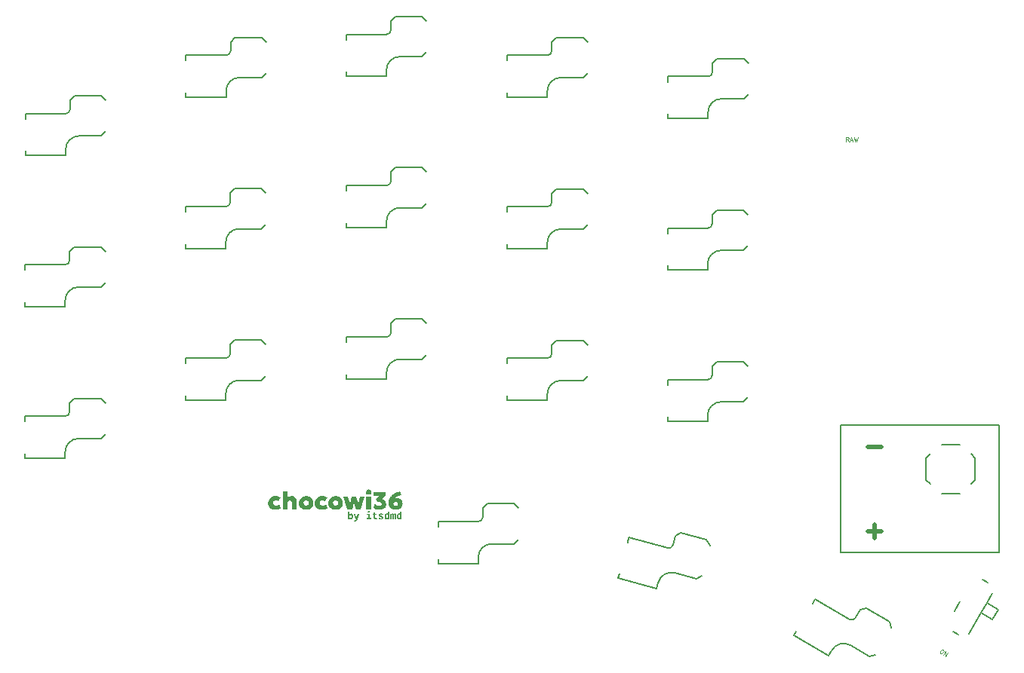
<source format=gbr>
%TF.GenerationSoftware,KiCad,Pcbnew,8.0.6*%
%TF.CreationDate,2024-11-17T23:19:46+07:00*%
%TF.ProjectId,chocowi36-rounded,63686f63-6f77-4693-9336-2d726f756e64,rev?*%
%TF.SameCoordinates,Original*%
%TF.FileFunction,Legend,Top*%
%TF.FilePolarity,Positive*%
%FSLAX46Y46*%
G04 Gerber Fmt 4.6, Leading zero omitted, Abs format (unit mm)*
G04 Created by KiCad (PCBNEW 8.0.6) date 2024-11-17 23:19:46*
%MOMM*%
%LPD*%
G01*
G04 APERTURE LIST*
%ADD10C,0.125000*%
%ADD11C,0.150000*%
%ADD12C,0.500000*%
%ADD13C,0.200000*%
%ADD14C,0.127000*%
G04 APERTURE END LIST*
D10*
X181794390Y-119559938D02*
X181876869Y-119607557D01*
X181876869Y-119607557D02*
X181906203Y-119651987D01*
X181906203Y-119651987D02*
X181923633Y-119717035D01*
X181923633Y-119717035D02*
X181896634Y-119811419D01*
X181896634Y-119811419D02*
X181813300Y-119955756D01*
X181813300Y-119955756D02*
X181745062Y-120026330D01*
X181745062Y-120026330D02*
X181680013Y-120043760D01*
X181680013Y-120043760D02*
X181626869Y-120040570D01*
X181626869Y-120040570D02*
X181544390Y-119992951D01*
X181544390Y-119992951D02*
X181515056Y-119948522D01*
X181515056Y-119948522D02*
X181497626Y-119883473D01*
X181497626Y-119883473D02*
X181524625Y-119789090D01*
X181524625Y-119789090D02*
X181607958Y-119644752D01*
X181607958Y-119644752D02*
X181676197Y-119574178D01*
X181676197Y-119574178D02*
X181741246Y-119556749D01*
X181741246Y-119556749D02*
X181794390Y-119559938D01*
X181915544Y-120207237D02*
X182165544Y-119774224D01*
X182165544Y-119774224D02*
X182162980Y-120350094D01*
X182162980Y-120350094D02*
X182412980Y-119917082D01*
G36*
X115264704Y-104380988D02*
G01*
X115292080Y-104350336D01*
X115323945Y-104325743D01*
X115333873Y-104319829D01*
X115370557Y-104304202D01*
X115409485Y-104297325D01*
X115421019Y-104296968D01*
X115462943Y-104300087D01*
X115506141Y-104311609D01*
X115543186Y-104331620D01*
X115574080Y-104360121D01*
X115592380Y-104385677D01*
X115610641Y-104421141D01*
X115625124Y-104461002D01*
X115635829Y-104505258D01*
X115641863Y-104545497D01*
X115645274Y-104588789D01*
X115646113Y-104625621D01*
X115644776Y-104666442D01*
X115639974Y-104710689D01*
X115631679Y-104752372D01*
X115619891Y-104791491D01*
X115618172Y-104796200D01*
X115600447Y-104835871D01*
X115578488Y-104870472D01*
X115552293Y-104900003D01*
X115535911Y-104914219D01*
X115499416Y-104936784D01*
X115462426Y-104949948D01*
X115421511Y-104956341D01*
X115402066Y-104957010D01*
X115362047Y-104953401D01*
X115321097Y-104940438D01*
X115285251Y-104918047D01*
X115254510Y-104886228D01*
X115251026Y-104881588D01*
X115244187Y-104937275D01*
X115083378Y-104937275D01*
X115083378Y-104505258D01*
X115264704Y-104505258D01*
X115264704Y-104765719D01*
X115290370Y-104797329D01*
X115303197Y-104807729D01*
X115339979Y-104821284D01*
X115354390Y-104822188D01*
X115392767Y-104813511D01*
X115423440Y-104787481D01*
X115430789Y-104776856D01*
X115446808Y-104738695D01*
X115454969Y-104697065D01*
X115458486Y-104652198D01*
X115458926Y-104626989D01*
X115457983Y-104586326D01*
X115454270Y-104544099D01*
X115447007Y-104507408D01*
X115431793Y-104469636D01*
X115413790Y-104448399D01*
X115377483Y-104432828D01*
X115363573Y-104431790D01*
X115324617Y-104441118D01*
X115308863Y-104451525D01*
X115281701Y-104479989D01*
X115264704Y-104505258D01*
X115083378Y-104505258D01*
X115083378Y-104072069D01*
X115264704Y-104052921D01*
X115264704Y-104380988D01*
G37*
G36*
X116348556Y-104319243D02*
G01*
X116145150Y-104941965D01*
X116131570Y-104979171D01*
X116112629Y-105020002D01*
X116090803Y-105056670D01*
X116066092Y-105089176D01*
X116038495Y-105117519D01*
X116023615Y-105130129D01*
X115991167Y-105152042D01*
X115954638Y-105169422D01*
X115914029Y-105182268D01*
X115869339Y-105190579D01*
X115828981Y-105194043D01*
X115803406Y-105194609D01*
X115782694Y-105069166D01*
X115821433Y-105063027D01*
X115860070Y-105053449D01*
X115880000Y-105046305D01*
X115915365Y-105027079D01*
X115939791Y-105005077D01*
X115963435Y-104971452D01*
X115979261Y-104939229D01*
X115917125Y-104939229D01*
X115723685Y-104319243D01*
X115915367Y-104319243D01*
X116033776Y-104821797D01*
X116162345Y-104319243D01*
X116348556Y-104319243D01*
G37*
G36*
X117412087Y-103994107D02*
G01*
X117452456Y-104000805D01*
X117487187Y-104022713D01*
X117489072Y-104024588D01*
X117511494Y-104058587D01*
X117518938Y-104097204D01*
X117518968Y-104100011D01*
X117512399Y-104139289D01*
X117490912Y-104174087D01*
X117489072Y-104176019D01*
X117454878Y-104199027D01*
X117415013Y-104206666D01*
X117412087Y-104206696D01*
X117371212Y-104199955D01*
X117336034Y-104177906D01*
X117334125Y-104176019D01*
X117311557Y-104141678D01*
X117304063Y-104102830D01*
X117304034Y-104100011D01*
X117310646Y-104060959D01*
X117332273Y-104026496D01*
X117334125Y-104024588D01*
X117368758Y-104001727D01*
X117409124Y-103994137D01*
X117412087Y-103994107D01*
G37*
G36*
X117521703Y-104319243D02*
G01*
X117521703Y-104806947D01*
X117676846Y-104806947D01*
X117676846Y-104932000D01*
X117167453Y-104932000D01*
X117167453Y-104806947D01*
X117340182Y-104806947D01*
X117340182Y-104444295D01*
X117173120Y-104444295D01*
X117173120Y-104319243D01*
X117521703Y-104319243D01*
G37*
G36*
X118386714Y-104899564D02*
G01*
X118352584Y-104919172D01*
X118315802Y-104934835D01*
X118300349Y-104940206D01*
X118260755Y-104950446D01*
X118221321Y-104955681D01*
X118186825Y-104957010D01*
X118144146Y-104954826D01*
X118099823Y-104946755D01*
X118061391Y-104932738D01*
X118024682Y-104909438D01*
X118009212Y-104894875D01*
X117983908Y-104860937D01*
X117965834Y-104821455D01*
X117955950Y-104782360D01*
X117951601Y-104739021D01*
X117951375Y-104725859D01*
X117951375Y-104444295D01*
X117823197Y-104444295D01*
X117823197Y-104319243D01*
X117951375Y-104319243D01*
X117951375Y-104185593D01*
X118132701Y-104163318D01*
X118132701Y-104319243D01*
X118329268Y-104319243D01*
X118311487Y-104444295D01*
X118132701Y-104444295D01*
X118132701Y-104722146D01*
X118137879Y-104761225D01*
X118153413Y-104787408D01*
X118188920Y-104804199D01*
X118219456Y-104806947D01*
X118259331Y-104803665D01*
X118278270Y-104799327D01*
X118315346Y-104785185D01*
X118326337Y-104779397D01*
X118386714Y-104899564D01*
G37*
G36*
X118770859Y-104822188D02*
G01*
X118811794Y-104818573D01*
X118843936Y-104807729D01*
X118870131Y-104777724D01*
X118871878Y-104764156D01*
X118860936Y-104731134D01*
X118828143Y-104709357D01*
X118818926Y-104705538D01*
X118780531Y-104692202D01*
X118741861Y-104680597D01*
X118727090Y-104676424D01*
X118687132Y-104663943D01*
X118646851Y-104646924D01*
X118611515Y-104626752D01*
X118590705Y-104611553D01*
X118562987Y-104581198D01*
X118545536Y-104543134D01*
X118538606Y-104502286D01*
X118538144Y-104487282D01*
X118542394Y-104447837D01*
X118557335Y-104407723D01*
X118583033Y-104372123D01*
X118606141Y-104350897D01*
X118644011Y-104327303D01*
X118683338Y-104312188D01*
X118721646Y-104303341D01*
X118764200Y-104298285D01*
X118802903Y-104296968D01*
X118842422Y-104298348D01*
X118883727Y-104303200D01*
X118925706Y-104312687D01*
X118945150Y-104319048D01*
X118981405Y-104334011D01*
X119017583Y-104353160D01*
X119049882Y-104375126D01*
X118977586Y-104484351D01*
X118943296Y-104465192D01*
X118906762Y-104449773D01*
X118895911Y-104446054D01*
X118857673Y-104436303D01*
X118816454Y-104431916D01*
X118808179Y-104431790D01*
X118765958Y-104435546D01*
X118729367Y-104454232D01*
X118720838Y-104479271D01*
X118731975Y-104506235D01*
X118766768Y-104526517D01*
X118774180Y-104529487D01*
X118812429Y-104542774D01*
X118850540Y-104554534D01*
X118865039Y-104558796D01*
X118903918Y-104570973D01*
X118942171Y-104585677D01*
X118968012Y-104597680D01*
X119002665Y-104619708D01*
X119031327Y-104649702D01*
X119036009Y-104656494D01*
X119052572Y-104693161D01*
X119059386Y-104731794D01*
X119060238Y-104753605D01*
X119056364Y-104793496D01*
X119043155Y-104832484D01*
X119020573Y-104866347D01*
X118990343Y-104894922D01*
X118957493Y-104916171D01*
X118919528Y-104932917D01*
X118915451Y-104934344D01*
X118877642Y-104945301D01*
X118837855Y-104952672D01*
X118796089Y-104956457D01*
X118772031Y-104957010D01*
X118729069Y-104955398D01*
X118688695Y-104950562D01*
X118646370Y-104941268D01*
X118615716Y-104931218D01*
X118579169Y-104915317D01*
X118542296Y-104894640D01*
X118509354Y-104870796D01*
X118500238Y-104863025D01*
X118591682Y-104757903D01*
X118624594Y-104780252D01*
X118661096Y-104799086D01*
X118672185Y-104803821D01*
X118710244Y-104815713D01*
X118751077Y-104821542D01*
X118770859Y-104822188D01*
G37*
G36*
X119743141Y-104072069D02*
G01*
X119743141Y-104937471D01*
X119582331Y-104937471D01*
X119573148Y-104869473D01*
X119545685Y-104900946D01*
X119513467Y-104926293D01*
X119505737Y-104931218D01*
X119468828Y-104947917D01*
X119429549Y-104955776D01*
X119404327Y-104957010D01*
X119363738Y-104953733D01*
X119323461Y-104942407D01*
X119288259Y-104922989D01*
X119278688Y-104915586D01*
X119250131Y-104886472D01*
X119226497Y-104850908D01*
X119209435Y-104813386D01*
X119204634Y-104799718D01*
X119193948Y-104760920D01*
X119186316Y-104718971D01*
X119182142Y-104679681D01*
X119180305Y-104637979D01*
X119180221Y-104626989D01*
X119367397Y-104626989D01*
X119368356Y-104667369D01*
X119372130Y-104709375D01*
X119379512Y-104745984D01*
X119394920Y-104783866D01*
X119412729Y-104805384D01*
X119449943Y-104821384D01*
X119461773Y-104822188D01*
X119500923Y-104813137D01*
X119517069Y-104803039D01*
X119544841Y-104775341D01*
X119561619Y-104750674D01*
X119561619Y-104484547D01*
X119534450Y-104455598D01*
X119521368Y-104445859D01*
X119483916Y-104432463D01*
X119471933Y-104431790D01*
X119431822Y-104441751D01*
X119401667Y-104469020D01*
X119396120Y-104477122D01*
X119379767Y-104515283D01*
X119371437Y-104556913D01*
X119367846Y-104601780D01*
X119367397Y-104626989D01*
X119180221Y-104626989D01*
X119180210Y-104625621D01*
X119181612Y-104584771D01*
X119186650Y-104540628D01*
X119195351Y-104499195D01*
X119207716Y-104460473D01*
X119209519Y-104455824D01*
X119227999Y-104416593D01*
X119250467Y-104382432D01*
X119276922Y-104353340D01*
X119293343Y-104339369D01*
X119329457Y-104317009D01*
X119369654Y-104302931D01*
X119409322Y-104297341D01*
X119423280Y-104296968D01*
X119462701Y-104300558D01*
X119503196Y-104313181D01*
X119539610Y-104334891D01*
X119561619Y-104354414D01*
X119561619Y-104052921D01*
X119743141Y-104072069D01*
G37*
G36*
X120354139Y-104296968D02*
G01*
X120394766Y-104302001D01*
X120430029Y-104318973D01*
X120450273Y-104339564D01*
X120468183Y-104375013D01*
X120477307Y-104413188D01*
X120481240Y-104454050D01*
X120481731Y-104476926D01*
X120481731Y-104932000D01*
X120326002Y-104932000D01*
X120326002Y-104491581D01*
X120322305Y-104452096D01*
X120319945Y-104445272D01*
X120295520Y-104431790D01*
X120266016Y-104441364D01*
X120238071Y-104469154D01*
X120232408Y-104476926D01*
X120232408Y-104932000D01*
X120104815Y-104932000D01*
X120104815Y-104491581D01*
X120101118Y-104452096D01*
X120098758Y-104445272D01*
X120074334Y-104431790D01*
X120044829Y-104441364D01*
X120016885Y-104469154D01*
X120011222Y-104476926D01*
X120011222Y-104932000D01*
X119853343Y-104932000D01*
X119853343Y-104319243D01*
X119986602Y-104319243D01*
X119998521Y-104375321D01*
X120023766Y-104345097D01*
X120054722Y-104318150D01*
X120056553Y-104316898D01*
X120092988Y-104300783D01*
X120126113Y-104296968D01*
X120165208Y-104303837D01*
X120184927Y-104314554D01*
X120210925Y-104345877D01*
X120219707Y-104369069D01*
X120248675Y-104340053D01*
X120280475Y-104317094D01*
X120317906Y-104301390D01*
X120354139Y-104296968D01*
G37*
G36*
X121120280Y-104072069D02*
G01*
X121120280Y-104937471D01*
X120959470Y-104937471D01*
X120950287Y-104869473D01*
X120922824Y-104900946D01*
X120890606Y-104926293D01*
X120882876Y-104931218D01*
X120845967Y-104947917D01*
X120806688Y-104955776D01*
X120781466Y-104957010D01*
X120740877Y-104953733D01*
X120700600Y-104942407D01*
X120665398Y-104922989D01*
X120655827Y-104915586D01*
X120627270Y-104886472D01*
X120603636Y-104850908D01*
X120586574Y-104813386D01*
X120581773Y-104799718D01*
X120571087Y-104760920D01*
X120563455Y-104718971D01*
X120559281Y-104679681D01*
X120557444Y-104637979D01*
X120557360Y-104626989D01*
X120744536Y-104626989D01*
X120745495Y-104667369D01*
X120749269Y-104709375D01*
X120756651Y-104745984D01*
X120772059Y-104783866D01*
X120789868Y-104805384D01*
X120827081Y-104821384D01*
X120838912Y-104822188D01*
X120878062Y-104813137D01*
X120894208Y-104803039D01*
X120921980Y-104775341D01*
X120938758Y-104750674D01*
X120938758Y-104484547D01*
X120911589Y-104455598D01*
X120898507Y-104445859D01*
X120861055Y-104432463D01*
X120849072Y-104431790D01*
X120808961Y-104441751D01*
X120778806Y-104469020D01*
X120773259Y-104477122D01*
X120756906Y-104515283D01*
X120748576Y-104556913D01*
X120744985Y-104601780D01*
X120744536Y-104626989D01*
X120557360Y-104626989D01*
X120557349Y-104625621D01*
X120558751Y-104584771D01*
X120563789Y-104540628D01*
X120572490Y-104499195D01*
X120584855Y-104460473D01*
X120586658Y-104455824D01*
X120605138Y-104416593D01*
X120627606Y-104382432D01*
X120654061Y-104353340D01*
X120670482Y-104339369D01*
X120706596Y-104317009D01*
X120746793Y-104302931D01*
X120786461Y-104297341D01*
X120800419Y-104296968D01*
X120839840Y-104300558D01*
X120880335Y-104313181D01*
X120916749Y-104334891D01*
X120938758Y-104354414D01*
X120938758Y-104052921D01*
X121120280Y-104072069D01*
G37*
D11*
G36*
X106941800Y-103872009D02*
G01*
X106842387Y-103867194D01*
X106734439Y-103849899D01*
X106632537Y-103820025D01*
X106536679Y-103777572D01*
X106525122Y-103771381D01*
X106437866Y-103716274D01*
X106360258Y-103652069D01*
X106292297Y-103578765D01*
X106233984Y-103496364D01*
X106187181Y-103406330D01*
X106153751Y-103310617D01*
X106133692Y-103209226D01*
X106127006Y-103102156D01*
X106133160Y-103001959D01*
X106154144Y-102897252D01*
X106190021Y-102798318D01*
X106239289Y-102706089D01*
X106300447Y-102622173D01*
X106366364Y-102553098D01*
X106448722Y-102486435D01*
X106539969Y-102430854D01*
X106630635Y-102389944D01*
X106727712Y-102359289D01*
X106829655Y-102339988D01*
X106936463Y-102332041D01*
X106958409Y-102331814D01*
X107065370Y-102336632D01*
X107167656Y-102351086D01*
X107265267Y-102375177D01*
X107284229Y-102381151D01*
X107375724Y-102416213D01*
X107469097Y-102465250D01*
X107554850Y-102525254D01*
X107316957Y-102936559D01*
X107238561Y-102875656D01*
X107165038Y-102838862D01*
X107067087Y-102813166D01*
X106997488Y-102808087D01*
X106898842Y-102817738D01*
X106825541Y-102842281D01*
X106746240Y-102900835D01*
X106716120Y-102942421D01*
X106683796Y-103035729D01*
X106678506Y-103102156D01*
X106692615Y-103204561D01*
X106739364Y-103292664D01*
X106763991Y-103318555D01*
X106851320Y-103371649D01*
X106954847Y-103394328D01*
X107000418Y-103396224D01*
X107100564Y-103386022D01*
X107184578Y-103360076D01*
X107275689Y-103310121D01*
X107353105Y-103247725D01*
X107566085Y-103670265D01*
X107483262Y-103725019D01*
X107392329Y-103772045D01*
X107293287Y-103811344D01*
X107272505Y-103818276D01*
X107168425Y-103846612D01*
X107065013Y-103864453D01*
X106962269Y-103871799D01*
X106941800Y-103872009D01*
G37*
G36*
X107773691Y-103830000D02*
G01*
X107773691Y-101814019D01*
X108333984Y-101814019D01*
X108333984Y-102718206D01*
X108216259Y-102575568D01*
X108290242Y-102501815D01*
X108373704Y-102438090D01*
X108434612Y-102401179D01*
X108525240Y-102361687D01*
X108623834Y-102338588D01*
X108720377Y-102331814D01*
X108820241Y-102336943D01*
X108922006Y-102354975D01*
X109021936Y-102390238D01*
X109066713Y-102413879D01*
X109153222Y-102476591D01*
X109223338Y-102551886D01*
X109272854Y-102631256D01*
X109312068Y-102726890D01*
X109335004Y-102828411D01*
X109341730Y-102925812D01*
X109341730Y-103830000D01*
X108781926Y-103830000D01*
X108781926Y-103082616D01*
X108767149Y-102983576D01*
X108722819Y-102905296D01*
X108640799Y-102849929D01*
X108554780Y-102835931D01*
X108456503Y-102851318D01*
X108430216Y-102864263D01*
X108363805Y-102936124D01*
X108357432Y-102949748D01*
X108335450Y-103045369D01*
X108333984Y-103082616D01*
X108333984Y-103830000D01*
X107773691Y-103830000D01*
G37*
G36*
X110494835Y-102336839D02*
G01*
X110593063Y-102351916D01*
X110698454Y-102381454D01*
X110796517Y-102424120D01*
X110819888Y-102436838D01*
X110907602Y-102493747D01*
X110985118Y-102559448D01*
X111052438Y-102633942D01*
X111109560Y-102717229D01*
X111155295Y-102806866D01*
X111187962Y-102900900D01*
X111207563Y-102999330D01*
X111214096Y-103102156D01*
X111207054Y-103204485D01*
X111185928Y-103303929D01*
X111154501Y-103391828D01*
X111107862Y-103483568D01*
X111049217Y-103568036D01*
X110985485Y-103638513D01*
X110905074Y-103707144D01*
X110814965Y-103765269D01*
X110724633Y-103808995D01*
X110627404Y-103842225D01*
X110523782Y-103863148D01*
X110425057Y-103871455D01*
X110390998Y-103872009D01*
X110287137Y-103866984D01*
X110188839Y-103851907D01*
X110083311Y-103822369D01*
X109985049Y-103779703D01*
X109961619Y-103766985D01*
X109874088Y-103710107D01*
X109796633Y-103644497D01*
X109729252Y-103570156D01*
X109671947Y-103487083D01*
X109626426Y-103397445D01*
X109593911Y-103303412D01*
X109574402Y-103204982D01*
X109567899Y-103102156D01*
X110111095Y-103102156D01*
X110124183Y-103201267D01*
X110148220Y-103258960D01*
X110211735Y-103335110D01*
X110248848Y-103360565D01*
X110343323Y-103392742D01*
X110390998Y-103396224D01*
X110491538Y-103379370D01*
X110532659Y-103360565D01*
X110607948Y-103297008D01*
X110633775Y-103258960D01*
X110666513Y-103161677D01*
X110670900Y-103102156D01*
X110657984Y-103002809D01*
X110634264Y-102945352D01*
X110571400Y-102868992D01*
X110534124Y-102843747D01*
X110439188Y-102811570D01*
X110390998Y-102808087D01*
X110293224Y-102823445D01*
X110247383Y-102843747D01*
X110172765Y-102907094D01*
X110147243Y-102945352D01*
X110115367Y-103042414D01*
X110111095Y-103102156D01*
X109567899Y-103102156D01*
X109574884Y-102999606D01*
X109595836Y-102900173D01*
X109627006Y-102812484D01*
X109673923Y-102720743D01*
X109732731Y-102636276D01*
X109796511Y-102565799D01*
X109876922Y-102496890D01*
X109967030Y-102438601D01*
X110057362Y-102394829D01*
X110155011Y-102361598D01*
X110258671Y-102340675D01*
X110357105Y-102332368D01*
X110390998Y-102331814D01*
X110494835Y-102336839D01*
G37*
G36*
X112174459Y-103872009D02*
G01*
X112075046Y-103867194D01*
X111967098Y-103849899D01*
X111865196Y-103820025D01*
X111769338Y-103777572D01*
X111757781Y-103771381D01*
X111670525Y-103716274D01*
X111592917Y-103652069D01*
X111524956Y-103578765D01*
X111466643Y-103496364D01*
X111419840Y-103406330D01*
X111386409Y-103310617D01*
X111366351Y-103209226D01*
X111359665Y-103102156D01*
X111365819Y-103001959D01*
X111386803Y-102897252D01*
X111422679Y-102798318D01*
X111471947Y-102706089D01*
X111533106Y-102622173D01*
X111599023Y-102553098D01*
X111681381Y-102486435D01*
X111772628Y-102430854D01*
X111863294Y-102389944D01*
X111960371Y-102359289D01*
X112062313Y-102339988D01*
X112169122Y-102332041D01*
X112191067Y-102331814D01*
X112298029Y-102336632D01*
X112400315Y-102351086D01*
X112497926Y-102375177D01*
X112516887Y-102381151D01*
X112608383Y-102416213D01*
X112701755Y-102465250D01*
X112787509Y-102525254D01*
X112549616Y-102936559D01*
X112471220Y-102875656D01*
X112397697Y-102838862D01*
X112299746Y-102813166D01*
X112230146Y-102808087D01*
X112131501Y-102817738D01*
X112058199Y-102842281D01*
X111978899Y-102900835D01*
X111948779Y-102942421D01*
X111916455Y-103035729D01*
X111911165Y-103102156D01*
X111925274Y-103204561D01*
X111972023Y-103292664D01*
X111996650Y-103318555D01*
X112083978Y-103371649D01*
X112187506Y-103394328D01*
X112233077Y-103396224D01*
X112333223Y-103386022D01*
X112417236Y-103360076D01*
X112508348Y-103310121D01*
X112585764Y-103247725D01*
X112798744Y-103670265D01*
X112715921Y-103725019D01*
X112624988Y-103772045D01*
X112525945Y-103811344D01*
X112505164Y-103818276D01*
X112401084Y-103846612D01*
X112297672Y-103864453D01*
X112194928Y-103871799D01*
X112174459Y-103872009D01*
G37*
G36*
X113796999Y-102336839D02*
G01*
X113895226Y-102351916D01*
X114000617Y-102381454D01*
X114098680Y-102424120D01*
X114122051Y-102436838D01*
X114209765Y-102493747D01*
X114287282Y-102559448D01*
X114354601Y-102633942D01*
X114411723Y-102717229D01*
X114457458Y-102806866D01*
X114490125Y-102900900D01*
X114509726Y-102999330D01*
X114516259Y-103102156D01*
X114509217Y-103204485D01*
X114488091Y-103303929D01*
X114456664Y-103391828D01*
X114410025Y-103483568D01*
X114351380Y-103568036D01*
X114287648Y-103638513D01*
X114207237Y-103707144D01*
X114117128Y-103765269D01*
X114026797Y-103808995D01*
X113929567Y-103842225D01*
X113825945Y-103863148D01*
X113727220Y-103871455D01*
X113693161Y-103872009D01*
X113589300Y-103866984D01*
X113491002Y-103851907D01*
X113385474Y-103822369D01*
X113287212Y-103779703D01*
X113263782Y-103766985D01*
X113176252Y-103710107D01*
X113098796Y-103644497D01*
X113031416Y-103570156D01*
X112974110Y-103487083D01*
X112928589Y-103397445D01*
X112896074Y-103303412D01*
X112876566Y-103204982D01*
X112870063Y-103102156D01*
X113413259Y-103102156D01*
X113426347Y-103201267D01*
X113450384Y-103258960D01*
X113513898Y-103335110D01*
X113551012Y-103360565D01*
X113645486Y-103392742D01*
X113693161Y-103396224D01*
X113793701Y-103379370D01*
X113834822Y-103360565D01*
X113910112Y-103297008D01*
X113935938Y-103258960D01*
X113968676Y-103161677D01*
X113973063Y-103102156D01*
X113960148Y-103002809D01*
X113936427Y-102945352D01*
X113873563Y-102868992D01*
X113836287Y-102843747D01*
X113741351Y-102811570D01*
X113693161Y-102808087D01*
X113595388Y-102823445D01*
X113549546Y-102843747D01*
X113474928Y-102907094D01*
X113449407Y-102945352D01*
X113417530Y-103042414D01*
X113413259Y-103102156D01*
X112870063Y-103102156D01*
X112877047Y-102999606D01*
X112898000Y-102900173D01*
X112929169Y-102812484D01*
X112976086Y-102720743D01*
X113034894Y-102636276D01*
X113098674Y-102565799D01*
X113179085Y-102496890D01*
X113269194Y-102438601D01*
X113359525Y-102394829D01*
X113457175Y-102361598D01*
X113560835Y-102340675D01*
X113659268Y-102332368D01*
X113693161Y-102331814D01*
X113796999Y-102336839D01*
G37*
G36*
X114999372Y-103830000D02*
G01*
X114576343Y-102373824D01*
X115111235Y-102373824D01*
X115298813Y-103188618D01*
X115525471Y-102373824D01*
X116029588Y-102373824D01*
X116253803Y-103188618D01*
X116432589Y-102373824D01*
X116950872Y-102373824D01*
X116527843Y-103830000D01*
X115979274Y-103830000D01*
X115769225Y-103048911D01*
X115547941Y-103830000D01*
X114999372Y-103830000D01*
G37*
G36*
X117135031Y-103830000D02*
G01*
X117135031Y-102373824D01*
X117695324Y-102373824D01*
X117695324Y-103830000D01*
X117135031Y-103830000D01*
G37*
G36*
X117415422Y-102186245D02*
G01*
X117315175Y-102173185D01*
X117220020Y-102129908D01*
X117189253Y-102107110D01*
X117123804Y-102026554D01*
X117095847Y-101931492D01*
X117093510Y-101889734D01*
X117109311Y-101786852D01*
X117161671Y-101698054D01*
X117189253Y-101671870D01*
X117272768Y-101620633D01*
X117367732Y-101595517D01*
X117415422Y-101592735D01*
X117515353Y-101605795D01*
X117610348Y-101649072D01*
X117641102Y-101671870D01*
X117706886Y-101752519D01*
X117734985Y-101847836D01*
X117737334Y-101889734D01*
X117721452Y-101992301D01*
X117668825Y-102080938D01*
X117641102Y-102107110D01*
X117557668Y-102158347D01*
X117462946Y-102183463D01*
X117415422Y-102186245D01*
G37*
G36*
X118613677Y-103872009D02*
G01*
X118512584Y-103867682D01*
X118413001Y-103854699D01*
X118347453Y-103841235D01*
X118246071Y-103812683D01*
X118153074Y-103777037D01*
X118112980Y-103758192D01*
X118025954Y-103705835D01*
X117952756Y-103639490D01*
X118114933Y-103199853D01*
X118188330Y-103274626D01*
X118275405Y-103330997D01*
X118313747Y-103349330D01*
X118410536Y-103382966D01*
X118509660Y-103401079D01*
X118577041Y-103404528D01*
X118676978Y-103393379D01*
X118722610Y-103378639D01*
X118806950Y-103323346D01*
X118821284Y-103306831D01*
X118856386Y-103214775D01*
X118856943Y-103199853D01*
X118833605Y-103101175D01*
X118783182Y-103044515D01*
X118694025Y-103001825D01*
X118596580Y-102989804D01*
X118497515Y-102997025D01*
X118486671Y-102998597D01*
X118388229Y-103018522D01*
X118369923Y-103023510D01*
X118224354Y-102676196D01*
X118669365Y-102320579D01*
X117980600Y-102320579D01*
X117980600Y-101870195D01*
X119291207Y-101870195D01*
X119291207Y-102284431D01*
X118893580Y-102670823D01*
X118995187Y-102695640D01*
X119087024Y-102737103D01*
X119121703Y-102757773D01*
X119204951Y-102823156D01*
X119270347Y-102898821D01*
X119303419Y-102949748D01*
X119344302Y-103039489D01*
X119368214Y-103141467D01*
X119375227Y-103244794D01*
X119367499Y-103343369D01*
X119340785Y-103445645D01*
X119294989Y-103540289D01*
X119277529Y-103567194D01*
X119209523Y-103649655D01*
X119135918Y-103713999D01*
X119050567Y-103768992D01*
X119008862Y-103790432D01*
X118908282Y-103829866D01*
X118811936Y-103854085D01*
X118709057Y-103868106D01*
X118613677Y-103872009D01*
G37*
G36*
X121103000Y-102236559D02*
G01*
X121002901Y-102252443D01*
X120900548Y-102273062D01*
X120828472Y-102290781D01*
X120731294Y-102319469D01*
X120635658Y-102355052D01*
X120603768Y-102368939D01*
X120514932Y-102414105D01*
X120431294Y-102467960D01*
X120426448Y-102471521D01*
X120350753Y-102535449D01*
X120293580Y-102598039D01*
X120388915Y-102568093D01*
X120416678Y-102562379D01*
X120515047Y-102550930D01*
X120548569Y-102550167D01*
X120653704Y-102556658D01*
X120752039Y-102576133D01*
X120853323Y-102612998D01*
X120891486Y-102632233D01*
X120978870Y-102689439D01*
X121053564Y-102758476D01*
X121115569Y-102839343D01*
X121126448Y-102856936D01*
X121171528Y-102950092D01*
X121199911Y-103051262D01*
X121211181Y-103149167D01*
X121211933Y-103183244D01*
X121204033Y-103288712D01*
X121180334Y-103388958D01*
X121155757Y-103452889D01*
X121107328Y-103542419D01*
X121045573Y-103623431D01*
X120996999Y-103672707D01*
X120914498Y-103737576D01*
X120829097Y-103786781D01*
X120752268Y-103819741D01*
X120650846Y-103849499D01*
X120552233Y-103865833D01*
X120447514Y-103871958D01*
X120436706Y-103872009D01*
X120337457Y-103867288D01*
X120230097Y-103850328D01*
X120129209Y-103821034D01*
X120034794Y-103779406D01*
X120023447Y-103773335D01*
X119938084Y-103718930D01*
X119862247Y-103654389D01*
X119795935Y-103579712D01*
X119739148Y-103494898D01*
X119693841Y-103400834D01*
X119661479Y-103298893D01*
X119643536Y-103197411D01*
X120178786Y-103197411D01*
X120199358Y-103293331D01*
X120212491Y-103317090D01*
X120283386Y-103387514D01*
X120304326Y-103399644D01*
X120400589Y-103427579D01*
X120436706Y-103429441D01*
X120534860Y-103414048D01*
X120568597Y-103399644D01*
X120646934Y-103335917D01*
X120660432Y-103317090D01*
X120692953Y-103222008D01*
X120694138Y-103197411D01*
X120673566Y-103101323D01*
X120660432Y-103077732D01*
X120589537Y-103007159D01*
X120568597Y-102995177D01*
X120472793Y-102966784D01*
X120436706Y-102964891D01*
X120338300Y-102980537D01*
X120304326Y-102995177D01*
X120225989Y-103058755D01*
X120212491Y-103077732D01*
X120179971Y-103172664D01*
X120178786Y-103197411D01*
X119643536Y-103197411D01*
X119642062Y-103189076D01*
X119635691Y-103086524D01*
X119635589Y-103071381D01*
X119640311Y-102964685D01*
X119654476Y-102861729D01*
X119678085Y-102762513D01*
X119711137Y-102667037D01*
X119734264Y-102614159D01*
X119781127Y-102524813D01*
X119835376Y-102440143D01*
X119897012Y-102360148D01*
X119966035Y-102284828D01*
X120008793Y-102243886D01*
X120088417Y-102176003D01*
X120173418Y-102113402D01*
X120263795Y-102056083D01*
X120359548Y-102004048D01*
X120416678Y-101976685D01*
X120520018Y-101933181D01*
X120626584Y-101895848D01*
X120720493Y-101868760D01*
X120816773Y-101846206D01*
X120915422Y-101828185D01*
X121103000Y-102236559D01*
G37*
D12*
X174944862Y-96832666D02*
X173421053Y-96832666D01*
X174944862Y-106282666D02*
X173421053Y-106282666D01*
X174182957Y-105520761D02*
X174182957Y-107044571D01*
D10*
X171264761Y-62534809D02*
X171098095Y-62296714D01*
X170979047Y-62534809D02*
X170979047Y-62034809D01*
X170979047Y-62034809D02*
X171169523Y-62034809D01*
X171169523Y-62034809D02*
X171217142Y-62058619D01*
X171217142Y-62058619D02*
X171240952Y-62082428D01*
X171240952Y-62082428D02*
X171264761Y-62130047D01*
X171264761Y-62130047D02*
X171264761Y-62201476D01*
X171264761Y-62201476D02*
X171240952Y-62249095D01*
X171240952Y-62249095D02*
X171217142Y-62272904D01*
X171217142Y-62272904D02*
X171169523Y-62296714D01*
X171169523Y-62296714D02*
X170979047Y-62296714D01*
X171455238Y-62391952D02*
X171693333Y-62391952D01*
X171407619Y-62534809D02*
X171574285Y-62034809D01*
X171574285Y-62034809D02*
X171740952Y-62534809D01*
X171859999Y-62034809D02*
X171979047Y-62534809D01*
X171979047Y-62534809D02*
X172074285Y-62177666D01*
X172074285Y-62177666D02*
X172169523Y-62534809D01*
X172169523Y-62534809D02*
X172288571Y-62034809D01*
D13*
%TO.C,SW_RST1*%
X179950000Y-100550000D02*
X179950000Y-98050000D01*
X180400000Y-97600000D02*
X179950000Y-98050000D01*
X180400000Y-101000000D02*
X179950000Y-100550000D01*
X181700000Y-96550000D02*
X183700000Y-96550000D01*
X181700000Y-102050000D02*
X183700000Y-102050000D01*
X185000000Y-97600000D02*
X185450000Y-98050000D01*
X185000000Y-101000000D02*
X185450000Y-100550000D01*
X185450000Y-100550000D02*
X185450000Y-98050000D01*
%TO.C,T1*%
D11*
X188150000Y-108650000D02*
X170350000Y-108650000D01*
X170350000Y-94350000D01*
X188150000Y-94350000D01*
X188150000Y-108650000D01*
D14*
%TO.C,SW_POWER1*%
X182946891Y-117546281D02*
X183553109Y-117896281D01*
X184769134Y-117790064D02*
X186119134Y-115451795D01*
X183105866Y-115270929D02*
X183755866Y-114145096D01*
X186119134Y-115451795D02*
X186769134Y-114325962D01*
X187418172Y-116201795D02*
X186119134Y-115451795D01*
X187418172Y-116201795D02*
X188068172Y-115075962D01*
X186769134Y-114325962D02*
X187419134Y-113200129D01*
X188068172Y-115075962D02*
X186769134Y-114325962D01*
X186903109Y-112093911D02*
X186296891Y-111743911D01*
D11*
%TO.C,SW2*%
X78910000Y-59380000D02*
X83410000Y-59380000D01*
X78910000Y-59980000D02*
X78910000Y-59380000D01*
X78910000Y-64080000D02*
X78910000Y-63580000D01*
X83410000Y-63380000D02*
X83410000Y-64080000D01*
X83410000Y-64080000D02*
X78910000Y-64080000D01*
X83910000Y-58880000D02*
X83910000Y-57880000D01*
X84410000Y-57380000D02*
X83910000Y-57880000D01*
X87410000Y-57380000D02*
X84410000Y-57380000D01*
X87410000Y-61880000D02*
X84910000Y-61880000D01*
X87910000Y-57880000D02*
X87410000Y-57380000D01*
X87910000Y-61380000D02*
X87410000Y-61880000D01*
X83410000Y-63380000D02*
G75*
G02*
X84910000Y-61880000I1500001J-1D01*
G01*
X83910000Y-58880000D02*
G75*
G02*
X83410000Y-59380000I-500001J1D01*
G01*
%TO.C,SW3*%
X96910000Y-52820000D02*
X101410000Y-52820000D01*
X96910000Y-53420000D02*
X96910000Y-52820000D01*
X96910000Y-57520000D02*
X96910000Y-57020000D01*
X101410000Y-56820000D02*
X101410000Y-57520000D01*
X101410000Y-57520000D02*
X96910000Y-57520000D01*
X101910000Y-52320000D02*
X101910000Y-51320000D01*
X102410000Y-50820000D02*
X101910000Y-51320000D01*
X105410000Y-50820000D02*
X102410000Y-50820000D01*
X105410000Y-55320000D02*
X102910000Y-55320000D01*
X105910000Y-51320000D02*
X105410000Y-50820000D01*
X105910000Y-54820000D02*
X105410000Y-55320000D01*
X101410000Y-56820000D02*
G75*
G02*
X102910000Y-55320000I1500001J-1D01*
G01*
X101910000Y-52320000D02*
G75*
G02*
X101410000Y-52820000I-500001J1D01*
G01*
%TO.C,SW4*%
X114910000Y-50460000D02*
X119410000Y-50460000D01*
X114910000Y-51060000D02*
X114910000Y-50460000D01*
X114910000Y-55160000D02*
X114910000Y-54660000D01*
X119410000Y-54460000D02*
X119410000Y-55160000D01*
X119410000Y-55160000D02*
X114910000Y-55160000D01*
X119910000Y-49960000D02*
X119910000Y-48960000D01*
X120410000Y-48460000D02*
X119910000Y-48960000D01*
X123410000Y-48460000D02*
X120410000Y-48460000D01*
X123410000Y-52960000D02*
X120910000Y-52960000D01*
X123910000Y-48960000D02*
X123410000Y-48460000D01*
X123910000Y-52460000D02*
X123410000Y-52960000D01*
X119410000Y-54460000D02*
G75*
G02*
X120910000Y-52960000I1500001J-1D01*
G01*
X119910000Y-49960000D02*
G75*
G02*
X119410000Y-50460000I-500001J1D01*
G01*
%TO.C,SW5*%
X132954000Y-52820000D02*
X137454000Y-52820000D01*
X132954000Y-53420000D02*
X132954000Y-52820000D01*
X132954000Y-57520000D02*
X132954000Y-57020000D01*
X137454000Y-56820000D02*
X137454000Y-57520000D01*
X137454000Y-57520000D02*
X132954000Y-57520000D01*
X137954000Y-52320000D02*
X137954000Y-51320000D01*
X138454000Y-50820000D02*
X137954000Y-51320000D01*
X141454000Y-50820000D02*
X138454000Y-50820000D01*
X141454000Y-55320000D02*
X138954000Y-55320000D01*
X141954000Y-51320000D02*
X141454000Y-50820000D01*
X141954000Y-54820000D02*
X141454000Y-55320000D01*
X137454000Y-56820000D02*
G75*
G02*
X138954000Y-55320000I1500001J-1D01*
G01*
X137954000Y-52320000D02*
G75*
G02*
X137454000Y-52820000I-500001J1D01*
G01*
%TO.C,SW6*%
X150988000Y-55200000D02*
X155488000Y-55200000D01*
X150988000Y-55800000D02*
X150988000Y-55200000D01*
X150988000Y-59900000D02*
X150988000Y-59400000D01*
X155488000Y-59200000D02*
X155488000Y-59900000D01*
X155488000Y-59900000D02*
X150988000Y-59900000D01*
X155988000Y-54700000D02*
X155988000Y-53700000D01*
X156488000Y-53200000D02*
X155988000Y-53700000D01*
X159488000Y-53200000D02*
X156488000Y-53200000D01*
X159488000Y-57700000D02*
X156988000Y-57700000D01*
X159988000Y-53700000D02*
X159488000Y-53200000D01*
X159988000Y-57200000D02*
X159488000Y-57700000D01*
X155488000Y-59200000D02*
G75*
G02*
X156988000Y-57700000I1500001J-1D01*
G01*
X155988000Y-54700000D02*
G75*
G02*
X155488000Y-55200000I-500001J1D01*
G01*
%TO.C,SW8*%
X78852000Y-76350000D02*
X83352000Y-76350000D01*
X78852000Y-76950000D02*
X78852000Y-76350000D01*
X78852000Y-81050000D02*
X78852000Y-80550000D01*
X83352000Y-80350000D02*
X83352000Y-81050000D01*
X83352000Y-81050000D02*
X78852000Y-81050000D01*
X83852000Y-75850000D02*
X83852000Y-74850000D01*
X84352000Y-74350000D02*
X83852000Y-74850000D01*
X87352000Y-74350000D02*
X84352000Y-74350000D01*
X87352000Y-78850000D02*
X84852000Y-78850000D01*
X87852000Y-74850000D02*
X87352000Y-74350000D01*
X87852000Y-78350000D02*
X87352000Y-78850000D01*
X83352000Y-80350000D02*
G75*
G02*
X84852000Y-78850000I1500001J-1D01*
G01*
X83852000Y-75850000D02*
G75*
G02*
X83352000Y-76350000I-500001J1D01*
G01*
%TO.C,SW9*%
X96870000Y-69810000D02*
X101370000Y-69810000D01*
X96870000Y-70410000D02*
X96870000Y-69810000D01*
X96870000Y-74510000D02*
X96870000Y-74010000D01*
X101370000Y-73810000D02*
X101370000Y-74510000D01*
X101370000Y-74510000D02*
X96870000Y-74510000D01*
X101870000Y-69310000D02*
X101870000Y-68310000D01*
X102370000Y-67810000D02*
X101870000Y-68310000D01*
X105370000Y-67810000D02*
X102370000Y-67810000D01*
X105370000Y-72310000D02*
X102870000Y-72310000D01*
X105870000Y-68310000D02*
X105370000Y-67810000D01*
X105870000Y-71810000D02*
X105370000Y-72310000D01*
X101370000Y-73810000D02*
G75*
G02*
X102870000Y-72310000I1500001J-1D01*
G01*
X101870000Y-69310000D02*
G75*
G02*
X101370000Y-69810000I-500001J1D01*
G01*
%TO.C,SW10*%
X114910000Y-67440000D02*
X119410000Y-67440000D01*
X114910000Y-68040000D02*
X114910000Y-67440000D01*
X114910000Y-72140000D02*
X114910000Y-71640000D01*
X119410000Y-71440000D02*
X119410000Y-72140000D01*
X119410000Y-72140000D02*
X114910000Y-72140000D01*
X119910000Y-66940000D02*
X119910000Y-65940000D01*
X120410000Y-65440000D02*
X119910000Y-65940000D01*
X123410000Y-65440000D02*
X120410000Y-65440000D01*
X123410000Y-69940000D02*
X120910000Y-69940000D01*
X123910000Y-65940000D02*
X123410000Y-65440000D01*
X123910000Y-69440000D02*
X123410000Y-69940000D01*
X119410000Y-71440000D02*
G75*
G02*
X120910000Y-69940000I1500001J-1D01*
G01*
X119910000Y-66940000D02*
G75*
G02*
X119410000Y-67440000I-500001J1D01*
G01*
%TO.C,SW11*%
X132954000Y-69832000D02*
X137454000Y-69832000D01*
X132954000Y-70432000D02*
X132954000Y-69832000D01*
X132954000Y-74532000D02*
X132954000Y-74032000D01*
X137454000Y-73832000D02*
X137454000Y-74532000D01*
X137454000Y-74532000D02*
X132954000Y-74532000D01*
X137954000Y-69332000D02*
X137954000Y-68332000D01*
X138454000Y-67832000D02*
X137954000Y-68332000D01*
X141454000Y-67832000D02*
X138454000Y-67832000D01*
X141454000Y-72332000D02*
X138954000Y-72332000D01*
X141954000Y-68332000D02*
X141454000Y-67832000D01*
X141954000Y-71832000D02*
X141454000Y-72332000D01*
X137454000Y-73832000D02*
G75*
G02*
X138954000Y-72332000I1500001J-1D01*
G01*
X137954000Y-69332000D02*
G75*
G02*
X137454000Y-69832000I-500001J1D01*
G01*
%TO.C,SW12*%
X150940000Y-72240000D02*
X155440000Y-72240000D01*
X150940000Y-72840000D02*
X150940000Y-72240000D01*
X150940000Y-76940000D02*
X150940000Y-76440000D01*
X155440000Y-76240000D02*
X155440000Y-76940000D01*
X155440000Y-76940000D02*
X150940000Y-76940000D01*
X155940000Y-71740000D02*
X155940000Y-70740000D01*
X156440000Y-70240000D02*
X155940000Y-70740000D01*
X159440000Y-70240000D02*
X156440000Y-70240000D01*
X159440000Y-74740000D02*
X156940000Y-74740000D01*
X159940000Y-70740000D02*
X159440000Y-70240000D01*
X159940000Y-74240000D02*
X159440000Y-74740000D01*
X155440000Y-76240000D02*
G75*
G02*
X156940000Y-74740000I1500001J-1D01*
G01*
X155940000Y-71740000D02*
G75*
G02*
X155440000Y-72240000I-500001J1D01*
G01*
%TO.C,SW14*%
X78852000Y-93368000D02*
X83352000Y-93368000D01*
X78852000Y-93968000D02*
X78852000Y-93368000D01*
X78852000Y-98068000D02*
X78852000Y-97568000D01*
X83352000Y-97368000D02*
X83352000Y-98068000D01*
X83352000Y-98068000D02*
X78852000Y-98068000D01*
X83852000Y-92868000D02*
X83852000Y-91868000D01*
X84352000Y-91368000D02*
X83852000Y-91868000D01*
X87352000Y-91368000D02*
X84352000Y-91368000D01*
X87352000Y-95868000D02*
X84852000Y-95868000D01*
X87852000Y-91868000D02*
X87352000Y-91368000D01*
X87852000Y-95368000D02*
X87352000Y-95868000D01*
X83352000Y-97368000D02*
G75*
G02*
X84852000Y-95868000I1500001J-1D01*
G01*
X83852000Y-92868000D02*
G75*
G02*
X83352000Y-93368000I-500001J1D01*
G01*
%TO.C,SW15*%
X96870000Y-86828000D02*
X101370000Y-86828000D01*
X96870000Y-87428000D02*
X96870000Y-86828000D01*
X96870000Y-91528000D02*
X96870000Y-91028000D01*
X101370000Y-90828000D02*
X101370000Y-91528000D01*
X101370000Y-91528000D02*
X96870000Y-91528000D01*
X101870000Y-86328000D02*
X101870000Y-85328000D01*
X102370000Y-84828000D02*
X101870000Y-85328000D01*
X105370000Y-84828000D02*
X102370000Y-84828000D01*
X105370000Y-89328000D02*
X102870000Y-89328000D01*
X105870000Y-85328000D02*
X105370000Y-84828000D01*
X105870000Y-88828000D02*
X105370000Y-89328000D01*
X101370000Y-90828000D02*
G75*
G02*
X102870000Y-89328000I1500001J-1D01*
G01*
X101870000Y-86328000D02*
G75*
G02*
X101370000Y-86828000I-500001J1D01*
G01*
%TO.C,SW16*%
X114910000Y-84458000D02*
X119410000Y-84458000D01*
X114910000Y-85058000D02*
X114910000Y-84458000D01*
X114910000Y-89158000D02*
X114910000Y-88658000D01*
X119410000Y-88458000D02*
X119410000Y-89158000D01*
X119410000Y-89158000D02*
X114910000Y-89158000D01*
X119910000Y-83958000D02*
X119910000Y-82958000D01*
X120410000Y-82458000D02*
X119910000Y-82958000D01*
X123410000Y-82458000D02*
X120410000Y-82458000D01*
X123410000Y-86958000D02*
X120910000Y-86958000D01*
X123910000Y-82958000D02*
X123410000Y-82458000D01*
X123910000Y-86458000D02*
X123410000Y-86958000D01*
X119410000Y-88458000D02*
G75*
G02*
X120910000Y-86958000I1500001J-1D01*
G01*
X119910000Y-83958000D02*
G75*
G02*
X119410000Y-84458000I-500001J1D01*
G01*
%TO.C,SW17*%
X132954000Y-86850000D02*
X137454000Y-86850000D01*
X132954000Y-87450000D02*
X132954000Y-86850000D01*
X132954000Y-91550000D02*
X132954000Y-91050000D01*
X137454000Y-90850000D02*
X137454000Y-91550000D01*
X137454000Y-91550000D02*
X132954000Y-91550000D01*
X137954000Y-86350000D02*
X137954000Y-85350000D01*
X138454000Y-84850000D02*
X137954000Y-85350000D01*
X141454000Y-84850000D02*
X138454000Y-84850000D01*
X141454000Y-89350000D02*
X138954000Y-89350000D01*
X141954000Y-85350000D02*
X141454000Y-84850000D01*
X141954000Y-88850000D02*
X141454000Y-89350000D01*
X137454000Y-90850000D02*
G75*
G02*
X138954000Y-89350000I1500001J-1D01*
G01*
X137954000Y-86350000D02*
G75*
G02*
X137454000Y-86850000I-500001J1D01*
G01*
%TO.C,SW18*%
X150940000Y-89257999D02*
X155440000Y-89258000D01*
X150940000Y-93958000D02*
X150940000Y-93458000D01*
X150940001Y-89858000D02*
X150940000Y-89257999D01*
X155440000Y-93258000D02*
X155440000Y-93958000D01*
X155440000Y-93958000D02*
X150940000Y-93958000D01*
X155940000Y-88758000D02*
X155940000Y-87758000D01*
X156440000Y-87258000D02*
X155940000Y-87758000D01*
X159440000Y-87258000D02*
X156440000Y-87258000D01*
X159440000Y-91758000D02*
X156940000Y-91758000D01*
X159940000Y-87758000D02*
X159440000Y-87258000D01*
X159940000Y-91258000D02*
X159440000Y-91758000D01*
X155440000Y-93258000D02*
G75*
G02*
X156940000Y-91758000I1500001J-1D01*
G01*
X155940000Y-88758000D02*
G75*
G02*
X155440000Y-89258000I-500001J1D01*
G01*
%TO.C,SW20*%
X145380648Y-111540378D02*
X145510057Y-111057415D01*
X146441806Y-107580082D02*
X146597097Y-107000528D01*
X146597097Y-107000528D02*
X150943764Y-108165212D01*
X149727314Y-112705064D02*
X145380648Y-111540378D01*
X149908487Y-112028917D02*
X149727314Y-112705064D01*
X151556136Y-107811659D02*
X151814955Y-106845733D01*
X152427327Y-106492180D02*
X151814955Y-106845733D01*
X154160419Y-111615303D02*
X151745606Y-110968255D01*
X154772792Y-111261750D02*
X154160419Y-111615303D01*
X155325105Y-107268637D02*
X152427327Y-106492180D01*
X155678658Y-107881008D02*
X155325105Y-107268637D01*
X149908487Y-112028917D02*
G75*
G02*
X151745606Y-110968255I1448891J-388229D01*
G01*
X151556136Y-107811659D02*
G75*
G02*
X150943764Y-108165213I-482964J129411D01*
G01*
%TO.C,SW21*%
X165137822Y-117991462D02*
X165387822Y-117558449D01*
X167187822Y-114440758D02*
X167487822Y-113921142D01*
X167487822Y-113921142D02*
X171384937Y-116171142D01*
X169034936Y-120241462D02*
X165137822Y-117991462D01*
X169384936Y-119635244D02*
X169034936Y-120241462D01*
X172067949Y-115988130D02*
X172567949Y-115122104D01*
X173250962Y-114939092D02*
X172567949Y-115122104D01*
X173599038Y-120336206D02*
X171433975Y-119086206D01*
X174282051Y-120153193D02*
X173599038Y-120336206D01*
X175849038Y-116439092D02*
X173250962Y-114939092D01*
X176032051Y-117122104D02*
X175849038Y-116439092D01*
X169384936Y-119635244D02*
G75*
G02*
X171433975Y-119086206I1299039J-750001D01*
G01*
X172067949Y-115988130D02*
G75*
G02*
X171384937Y-116171142I-433012J250001D01*
G01*
%TO.C,SW19*%
X125200000Y-105199999D02*
X129700000Y-105200000D01*
X125200000Y-109900000D02*
X125200000Y-109400000D01*
X125200001Y-105800000D02*
X125200000Y-105199999D01*
X129700000Y-109200000D02*
X129700000Y-109900000D01*
X129700000Y-109900000D02*
X125200000Y-109900000D01*
X130200000Y-104700000D02*
X130200000Y-103700000D01*
X130700000Y-103200000D02*
X130200000Y-103700000D01*
X133700000Y-103200000D02*
X130700000Y-103200000D01*
X133700000Y-107700000D02*
X131200000Y-107700000D01*
X134200000Y-103700000D02*
X133700000Y-103200000D01*
X134200000Y-107200000D02*
X133700000Y-107700000D01*
X129700000Y-109200000D02*
G75*
G02*
X131200000Y-107700000I1500001J-1D01*
G01*
X130200000Y-104700000D02*
G75*
G02*
X129700000Y-105200000I-500001J1D01*
G01*
%TD*%
M02*

</source>
